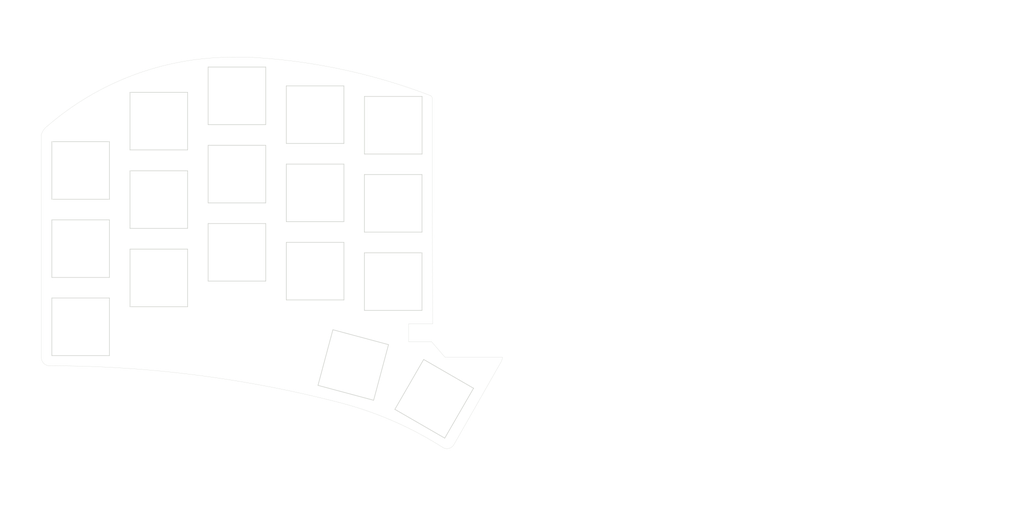
<source format=kicad_pcb>
(kicad_pcb (version 20211014) (generator pcbnew)
  (layers (0 "F.Cu" signal) (31 "B.Cu" signal) (34 "B.Paste" user) (35 "F.Paste" user) (36 "B.SilkS" user "B.Silkscreen") (37 "F.SilkS" user "F.Silkscreen") (38 "B.Mask" user) (39 "F.Mask" user) (44 "Edge.Cuts" user))
  (net 0 "")
  (net 1 "gnd")
  (footprint "Kailh:SW_PG1350_cut" (layer "F.Cu") (at 45 77)
    (fp_text reference "SW2" hide)
    (fp_text value "SW_Push" hide)
    (fp_line (start -7 -7) (end 7 -7) (layer "Edge.Cuts") (width 0.15))
    (fp_line (start -7 7) (end -7 -7) (layer "Edge.Cuts") (width 0.15))
    (fp_line (start 7 7) (end 7 -7) (layer "Edge.Cuts") (width 0.15))
    (fp_line (start -7 7) (end 7 7) (layer "Edge.Cuts") (width 0.15))
  )
  (footprint "Kailh:SW_PG1350_cut" (layer "F.Cu") (at 64 65)
    (fp_text reference "SW3" hide)
    (fp_text value "SW_Push" hide)
    (fp_line (start -7 7) (end 7 7) (layer "Edge.Cuts") (width 0.15))
    (fp_line (start -7 -7) (end 7 -7) (layer "Edge.Cuts") (width 0.15))
    (fp_line (start -7 7) (end -7 -7) (layer "Edge.Cuts") (width 0.15))
    (fp_line (start 7 7) (end 7 -7) (layer "Edge.Cuts") (width 0.15))
  )
  (footprint "Kailh:SW_PG1350_cut" (layer "F.Cu") (at 83 58.86)
    (fp_text reference "SW4" hide)
    (fp_text value "SW_Push" hide)
    (fp_line (start -7 -7) (end 7 -7) (layer "Edge.Cuts") (width 0.15))
    (fp_line (start -7 7) (end -7 -7) (layer "Edge.Cuts") (width 0.15))
    (fp_line (start -7 7) (end 7 7) (layer "Edge.Cuts") (width 0.15))
    (fp_line (start 7 7) (end 7 -7) (layer "Edge.Cuts") (width 0.15))
  )
  (footprint "Kailh:SW_PG1350_cut" (layer "F.Cu") (at 101.994 63.432)
    (fp_text reference "SW5" hide)
    (fp_text value "SW_Push" hide)
    (fp_line (start -7 7) (end -7 -7) (layer "Edge.Cuts") (width 0.15))
    (fp_line (start -7 7) (end 7 7) (layer "Edge.Cuts") (width 0.15))
    (fp_line (start 7 7) (end 7 -7) (layer "Edge.Cuts") (width 0.15))
    (fp_line (start -7 -7) (end 7 -7) (layer "Edge.Cuts") (width 0.15))
  )
  (footprint "Kailh:SW_PG1350_cut" (layer "F.Cu") (at 121 66)
    (fp_text reference "SW6" hide)
    (fp_text value "SW_Push" hide)
    (fp_line (start -7 -7) (end 7 -7) (layer "Edge.Cuts") (width 0.15))
    (fp_line (start -7 7) (end -7 -7) (layer "Edge.Cuts") (width 0.15))
    (fp_line (start 7 7) (end 7 -7) (layer "Edge.Cuts") (width 0.15))
    (fp_line (start -7 7) (end 7 7) (layer "Edge.Cuts") (width 0.15))
  )
  (footprint "Kailh:SW_PG1350_cut" (layer "F.Cu") (at 45 96)
    (fp_text reference "SW8" hide)
    (fp_text value "SW_Push" hide)
    (fp_line (start -7 7) (end -7 -7) (layer "Edge.Cuts") (width 0.15))
    (fp_line (start -7 -7) (end 7 -7) (layer "Edge.Cuts") (width 0.15))
    (fp_line (start 7 7) (end 7 -7) (layer "Edge.Cuts") (width 0.15))
    (fp_line (start -7 7) (end 7 7) (layer "Edge.Cuts") (width 0.15))
  )
  (footprint "Kailh:SW_PG1350_cut" (layer "F.Cu") (at 64 84.074)
    (fp_text reference "SW9" hide)
    (fp_text value "SW_Push" hide)
    (fp_line (start 7 7) (end 7 -7) (layer "Edge.Cuts") (width 0.15))
    (fp_line (start -7 7) (end -7 -7) (layer "Edge.Cuts") (width 0.15))
    (fp_line (start -7 7) (end 7 7) (layer "Edge.Cuts") (width 0.15))
    (fp_line (start -7 -7) (end 7 -7) (layer "Edge.Cuts") (width 0.15))
  )
  (footprint "Kailh:SW_PG1350_cut" (layer "F.Cu") (at 83 77.878)
    (fp_text reference "SW10" hide)
    (fp_text value "SW_Push" hide)
    (fp_line (start -7 7) (end 7 7) (layer "Edge.Cuts") (width 0.15))
    (fp_line (start -7 7) (end -7 -7) (layer "Edge.Cuts") (width 0.15))
    (fp_line (start 7 7) (end 7 -7) (layer "Edge.Cuts") (width 0.15))
    (fp_line (start -7 -7) (end 7 -7) (layer "Edge.Cuts") (width 0.15))
  )
  (footprint "Kailh:SW_PG1350_cut" (layer "F.Cu") (at 102 82.45)
    (fp_text reference "SW11" hide)
    (fp_text value "SW_Push" hide)
    (fp_line (start -7 7) (end -7 -7) (layer "Edge.Cuts") (width 0.15))
    (fp_line (start -7 7) (end 7 7) (layer "Edge.Cuts") (width 0.15))
    (fp_line (start -7 -7) (end 7 -7) (layer "Edge.Cuts") (width 0.15))
    (fp_line (start 7 7) (end 7 -7) (layer "Edge.Cuts") (width 0.15))
  )
  (footprint "Kailh:SW_PG1350_cut" (layer "F.Cu") (at 120.98 84.99)
    (fp_text reference "SW12" hide)
    (fp_text value "SW_Push" hide)
    (fp_line (start -7 7) (end -7 -7) (layer "Edge.Cuts") (width 0.15))
    (fp_line (start -7 7) (end 7 7) (layer "Edge.Cuts") (width 0.15))
    (fp_line (start 7 7) (end 7 -7) (layer "Edge.Cuts") (width 0.15))
    (fp_line (start -7 -7) (end 7 -7) (layer "Edge.Cuts") (width 0.15))
  )
  (footprint "Kailh:SW_PG1350_cut" (layer "F.Cu") (at 45 115)
    (fp_text reference "SW14" hide)
    (fp_text value "SW_Push" hide)
    (fp_line (start -7 7) (end 7 7) (layer "Edge.Cuts") (width 0.15))
    (fp_line (start -7 -7) (end 7 -7) (layer "Edge.Cuts") (width 0.15))
    (fp_line (start -7 7) (end -7 -7) (layer "Edge.Cuts") (width 0.15))
    (fp_line (start 7 7) (end 7 -7) (layer "Edge.Cuts") (width 0.15))
  )
  (footprint "Kailh:SW_PG1350_cut" (layer "F.Cu") (at 64.008 103.124)
    (fp_text reference "SW15" hide)
    (fp_text value "SW_Push" hide)
    (fp_line (start -7 -7) (end 7 -7) (layer "Edge.Cuts") (width 0.15))
    (fp_line (start -7 7) (end 7 7) (layer "Edge.Cuts") (width 0.15))
    (fp_line (start 7 7) (end 7 -7) (layer "Edge.Cuts") (width 0.15))
    (fp_line (start -7 7) (end -7 -7) (layer "Edge.Cuts") (width 0.15))
  )
  (footprint "Kailh:SW_PG1350_cut" (layer "F.Cu") (at 83 96.896)
    (fp_text reference "SW16" hide)
    (fp_text value "SW_Push" hide)
    (fp_line (start -7 -7) (end 7 -7) (layer "Edge.Cuts") (width 0.15))
    (fp_line (start 7 7) (end 7 -7) (layer "Edge.Cuts") (width 0.15))
    (fp_line (start -7 7) (end -7 -7) (layer "Edge.Cuts") (width 0.15))
    (fp_line (start -7 7) (end 7 7) (layer "Edge.Cuts") (width 0.15))
  )
  (footprint "Kailh:SW_PG1350_cut" (layer "F.Cu") (at 102 101.468)
    (fp_text reference "SW17" hide)
    (fp_text value "SW_Push" hide)
    (fp_line (start -7 7) (end -7 -7) (layer "Edge.Cuts") (width 0.15))
    (fp_line (start -7 -7) (end 7 -7) (layer "Edge.Cuts") (width 0.15))
    (fp_line (start -7 7) (end 7 7) (layer "Edge.Cuts") (width 0.15))
    (fp_line (start 7 7) (end 7 -7) (layer "Edge.Cuts") (width 0.15))
  )
  (footprint "Kailh:SW_PG1350_cut" (layer "F.Cu") (at 130.95 132.504 -30)
    (fp_text reference "SW20" hide)
    (fp_text value "SW_Push" hide)
    (fp_line (start -7 -7) (end 7 -7) (layer "Edge.Cuts") (width 0.15))
    (fp_line (start 7 7) (end 7 -7) (layer "Edge.Cuts") (width 0.15))
    (fp_line (start -7 7) (end -7 -7) (layer "Edge.Cuts") (width 0.15))
    (fp_line (start -7 7) (end 7 7) (layer "Edge.Cuts") (width 0.15))
  )
  (footprint "Kailh:SW_PG1350_cut" (layer "F.Cu") (at 111.272 124.288 -15)
    (fp_text reference "SW21" hide)
    (fp_text value "SW_Push" hide)
    (fp_line (start -7 7) (end -7 -7) (layer "Edge.Cuts") (width 0.15))
    (fp_line (start 7 7) (end 7 -7) (layer "Edge.Cuts") (width 0.15))
    (fp_line (start -7 7) (end 7 7) (layer "Edge.Cuts") (width 0.15))
    (fp_line (start -7 -7) (end 7 -7) (layer "Edge.Cuts") (width 0.15))
  )
  (footprint "Kailh:SW_PG1350_cut" (layer "F.Cu") (at 120.98 104.008)
    (fp_text reference "SW18" hide)
    (fp_text value "SW_Push" hide)
    (fp_line (start -7 7) (end -7 -7) (layer "Edge.Cuts") (width 0.15))
    (fp_line (start -7 -7) (end 7 -7) (layer "Edge.Cuts") (width 0.15))
    (fp_line (start -7 7) (end 7 7) (layer "Edge.Cuts") (width 0.15))
    (fp_line (start 7 7) (end 7 -7) (layer "Edge.Cuts") (width 0.15))
  )
  (gr_line (start 147.161679 123.613657) (end 135.71 143.699265) (layer "Edge.Cuts") (width 0.05))
  (gr_arc (start 147.574 122.428) (mid 147.405616 123.033966) (end 147.161679 123.613657) (layer "Edge.Cuts") (width 0.05))
  (gr_line (start 130.556 114.3) (end 130.463 59.473) (layer "Edge.Cuts") (width 0.05))
  (gr_arc (start 35.465859 68.23732) (mid 36.022742 67.119147) (end 36.893 66.223) (layer "Edge.Cuts") (width 0.05))
  (gr_arc (start 85.843227 49.463504) (mid 108.303644 52.385453) (end 130.028245 58.79247) (layer "Edge.Cuts") (width 0.05))
  (gr_line (start 37.768 124.474571) (end 37.493002 124.473917) (layer "Edge.Cuts") (width 0.05))
  (gr_arc (start 107.797707 133.384137) (mid 120.821222 137.841207) (end 132.978 144.298) (layer "Edge.Cuts") (width 0.05))
  (gr_arc (start 37.768 124.474571) (mid 73.062993 126.727903) (end 107.798171 133.38233) (layer "Edge.Cuts") (width 0.05))
  (gr_arc (start 37.493002 124.473917) (mid 36.080534 123.924716) (end 35.458001 122.542999) (layer "Edge.Cuts") (width 0.05))
  (gr_arc (start 135.71 143.699265) (mid 134.468995 144.56898) (end 132.978 144.298) (layer "Edge.Cuts") (width 0.05))
  (gr_arc (start 130.028245 58.79247) (mid 130.345034 59.069226) (end 130.463 59.473) (layer "Edge.Cuts") (width 0.05))
  (gr_line (start 35.465859 68.23732) (end 35.458001 122.542999) (layer "Edge.Cuts") (width 0.05))
  (gr_line (start 85.843124 49.465561) (end 81.868 49.468) (layer "Edge.Cuts") (width 0.05))
  (gr_arc (start 36.894611 66.224861) (mid 57.871135 53.793316) (end 81.868 49.468) (layer "Edge.Cuts") (width 0.05))
  (gr_line (start 133.604 122.428) (end 130.302 118.618) (layer "Edge.Cuts") (width 0.05))
  (gr_line (start 130.302 118.618) (end 124.714 118.618) (layer "Edge.Cuts") (width 0.05))
  (gr_line (start 124.714 114.3) (end 130.556 114.3) (layer "Edge.Cuts") (width 0.05))
  (gr_line (start 147.574 122.428) (end 133.604 122.428) (layer "Edge.Cuts") (width 0.05))
  (gr_line (start 124.714 114.3) (end 124.714 118.618) (layer "Edge.Cuts") (width 0.05))
)
</source>
